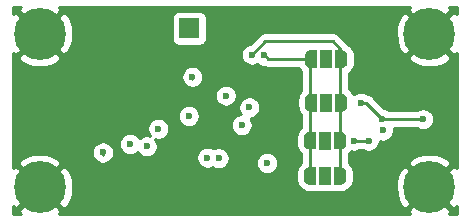
<source format=gbl>
G04 #@! TF.GenerationSoftware,KiCad,Pcbnew,(5.1.5-0)*
G04 #@! TF.CreationDate,2022-03-31T12:05:24-06:00*
G04 #@! TF.ProjectId,two-wire-single,74776f2d-7769-4726-952d-73696e676c65,rev?*
G04 #@! TF.SameCoordinates,Original*
G04 #@! TF.FileFunction,Copper,L4,Bot*
G04 #@! TF.FilePolarity,Positive*
%FSLAX46Y46*%
G04 Gerber Fmt 4.6, Leading zero omitted, Abs format (unit mm)*
G04 Created by KiCad (PCBNEW (5.1.5-0)) date 2022-03-31 12:05:24*
%MOMM*%
%LPD*%
G04 APERTURE LIST*
%ADD10R,1.700000X1.700000*%
%ADD11C,0.700000*%
%ADD12C,4.400000*%
%ADD13R,1.000000X1.500000*%
%ADD14C,0.100000*%
%ADD15C,0.600000*%
%ADD16C,0.250000*%
%ADD17C,0.254000*%
G04 APERTURE END LIST*
D10*
X115650000Y-83550000D03*
D11*
X104166726Y-82833274D03*
X103000000Y-82350000D03*
X101833274Y-82833274D03*
X101350000Y-84000000D03*
X101833274Y-85166726D03*
X103000000Y-85650000D03*
X104166726Y-85166726D03*
X104650000Y-84000000D03*
D12*
X103000000Y-84000000D03*
D11*
X137166726Y-82833274D03*
X136000000Y-82350000D03*
X134833274Y-82833274D03*
X134350000Y-84000000D03*
X134833274Y-85166726D03*
X136000000Y-85650000D03*
X137166726Y-85166726D03*
X137650000Y-84000000D03*
D12*
X136000000Y-84000000D03*
D11*
X104166726Y-95833274D03*
X103000000Y-95350000D03*
X101833274Y-95833274D03*
X101350000Y-97000000D03*
X101833274Y-98166726D03*
X103000000Y-98650000D03*
X104166726Y-98166726D03*
X104650000Y-97000000D03*
D12*
X103000000Y-97000000D03*
D11*
X137166726Y-95833274D03*
X136000000Y-95350000D03*
X134833274Y-95833274D03*
X134350000Y-97000000D03*
X134833274Y-98166726D03*
X136000000Y-98650000D03*
X137166726Y-98166726D03*
X137650000Y-97000000D03*
D12*
X136000000Y-97000000D03*
D13*
X127150000Y-96050000D03*
G04 #@! TA.AperFunction,SMDPad,CuDef*
D14*
G36*
X128450000Y-95300602D02*
G01*
X128474534Y-95300602D01*
X128523365Y-95305412D01*
X128571490Y-95314984D01*
X128618445Y-95329228D01*
X128663778Y-95348005D01*
X128707051Y-95371136D01*
X128747850Y-95398396D01*
X128785779Y-95429524D01*
X128820476Y-95464221D01*
X128851604Y-95502150D01*
X128878864Y-95542949D01*
X128901995Y-95586222D01*
X128920772Y-95631555D01*
X128935016Y-95678510D01*
X128944588Y-95726635D01*
X128949398Y-95775466D01*
X128949398Y-95800000D01*
X128950000Y-95800000D01*
X128950000Y-96300000D01*
X128949398Y-96300000D01*
X128949398Y-96324534D01*
X128944588Y-96373365D01*
X128935016Y-96421490D01*
X128920772Y-96468445D01*
X128901995Y-96513778D01*
X128878864Y-96557051D01*
X128851604Y-96597850D01*
X128820476Y-96635779D01*
X128785779Y-96670476D01*
X128747850Y-96701604D01*
X128707051Y-96728864D01*
X128663778Y-96751995D01*
X128618445Y-96770772D01*
X128571490Y-96785016D01*
X128523365Y-96794588D01*
X128474534Y-96799398D01*
X128450000Y-96799398D01*
X128450000Y-96800000D01*
X127900000Y-96800000D01*
X127900000Y-95300000D01*
X128450000Y-95300000D01*
X128450000Y-95300602D01*
G37*
G04 #@! TD.AperFunction*
G04 #@! TA.AperFunction,SMDPad,CuDef*
G36*
X126400000Y-96800000D02*
G01*
X125850000Y-96800000D01*
X125850000Y-96799398D01*
X125825466Y-96799398D01*
X125776635Y-96794588D01*
X125728510Y-96785016D01*
X125681555Y-96770772D01*
X125636222Y-96751995D01*
X125592949Y-96728864D01*
X125552150Y-96701604D01*
X125514221Y-96670476D01*
X125479524Y-96635779D01*
X125448396Y-96597850D01*
X125421136Y-96557051D01*
X125398005Y-96513778D01*
X125379228Y-96468445D01*
X125364984Y-96421490D01*
X125355412Y-96373365D01*
X125350602Y-96324534D01*
X125350602Y-96300000D01*
X125350000Y-96300000D01*
X125350000Y-95800000D01*
X125350602Y-95800000D01*
X125350602Y-95775466D01*
X125355412Y-95726635D01*
X125364984Y-95678510D01*
X125379228Y-95631555D01*
X125398005Y-95586222D01*
X125421136Y-95542949D01*
X125448396Y-95502150D01*
X125479524Y-95464221D01*
X125514221Y-95429524D01*
X125552150Y-95398396D01*
X125592949Y-95371136D01*
X125636222Y-95348005D01*
X125681555Y-95329228D01*
X125728510Y-95314984D01*
X125776635Y-95305412D01*
X125825466Y-95300602D01*
X125850000Y-95300602D01*
X125850000Y-95300000D01*
X126400000Y-95300000D01*
X126400000Y-96800000D01*
G37*
G04 #@! TD.AperFunction*
D13*
X127150000Y-93050000D03*
G04 #@! TA.AperFunction,SMDPad,CuDef*
D14*
G36*
X128450000Y-92300602D02*
G01*
X128474534Y-92300602D01*
X128523365Y-92305412D01*
X128571490Y-92314984D01*
X128618445Y-92329228D01*
X128663778Y-92348005D01*
X128707051Y-92371136D01*
X128747850Y-92398396D01*
X128785779Y-92429524D01*
X128820476Y-92464221D01*
X128851604Y-92502150D01*
X128878864Y-92542949D01*
X128901995Y-92586222D01*
X128920772Y-92631555D01*
X128935016Y-92678510D01*
X128944588Y-92726635D01*
X128949398Y-92775466D01*
X128949398Y-92800000D01*
X128950000Y-92800000D01*
X128950000Y-93300000D01*
X128949398Y-93300000D01*
X128949398Y-93324534D01*
X128944588Y-93373365D01*
X128935016Y-93421490D01*
X128920772Y-93468445D01*
X128901995Y-93513778D01*
X128878864Y-93557051D01*
X128851604Y-93597850D01*
X128820476Y-93635779D01*
X128785779Y-93670476D01*
X128747850Y-93701604D01*
X128707051Y-93728864D01*
X128663778Y-93751995D01*
X128618445Y-93770772D01*
X128571490Y-93785016D01*
X128523365Y-93794588D01*
X128474534Y-93799398D01*
X128450000Y-93799398D01*
X128450000Y-93800000D01*
X127900000Y-93800000D01*
X127900000Y-92300000D01*
X128450000Y-92300000D01*
X128450000Y-92300602D01*
G37*
G04 #@! TD.AperFunction*
G04 #@! TA.AperFunction,SMDPad,CuDef*
G36*
X126400000Y-93800000D02*
G01*
X125850000Y-93800000D01*
X125850000Y-93799398D01*
X125825466Y-93799398D01*
X125776635Y-93794588D01*
X125728510Y-93785016D01*
X125681555Y-93770772D01*
X125636222Y-93751995D01*
X125592949Y-93728864D01*
X125552150Y-93701604D01*
X125514221Y-93670476D01*
X125479524Y-93635779D01*
X125448396Y-93597850D01*
X125421136Y-93557051D01*
X125398005Y-93513778D01*
X125379228Y-93468445D01*
X125364984Y-93421490D01*
X125355412Y-93373365D01*
X125350602Y-93324534D01*
X125350602Y-93300000D01*
X125350000Y-93300000D01*
X125350000Y-92800000D01*
X125350602Y-92800000D01*
X125350602Y-92775466D01*
X125355412Y-92726635D01*
X125364984Y-92678510D01*
X125379228Y-92631555D01*
X125398005Y-92586222D01*
X125421136Y-92542949D01*
X125448396Y-92502150D01*
X125479524Y-92464221D01*
X125514221Y-92429524D01*
X125552150Y-92398396D01*
X125592949Y-92371136D01*
X125636222Y-92348005D01*
X125681555Y-92329228D01*
X125728510Y-92314984D01*
X125776635Y-92305412D01*
X125825466Y-92300602D01*
X125850000Y-92300602D01*
X125850000Y-92300000D01*
X126400000Y-92300000D01*
X126400000Y-93800000D01*
G37*
G04 #@! TD.AperFunction*
D13*
X127250000Y-89850000D03*
G04 #@! TA.AperFunction,SMDPad,CuDef*
D14*
G36*
X128550000Y-89100602D02*
G01*
X128574534Y-89100602D01*
X128623365Y-89105412D01*
X128671490Y-89114984D01*
X128718445Y-89129228D01*
X128763778Y-89148005D01*
X128807051Y-89171136D01*
X128847850Y-89198396D01*
X128885779Y-89229524D01*
X128920476Y-89264221D01*
X128951604Y-89302150D01*
X128978864Y-89342949D01*
X129001995Y-89386222D01*
X129020772Y-89431555D01*
X129035016Y-89478510D01*
X129044588Y-89526635D01*
X129049398Y-89575466D01*
X129049398Y-89600000D01*
X129050000Y-89600000D01*
X129050000Y-90100000D01*
X129049398Y-90100000D01*
X129049398Y-90124534D01*
X129044588Y-90173365D01*
X129035016Y-90221490D01*
X129020772Y-90268445D01*
X129001995Y-90313778D01*
X128978864Y-90357051D01*
X128951604Y-90397850D01*
X128920476Y-90435779D01*
X128885779Y-90470476D01*
X128847850Y-90501604D01*
X128807051Y-90528864D01*
X128763778Y-90551995D01*
X128718445Y-90570772D01*
X128671490Y-90585016D01*
X128623365Y-90594588D01*
X128574534Y-90599398D01*
X128550000Y-90599398D01*
X128550000Y-90600000D01*
X128000000Y-90600000D01*
X128000000Y-89100000D01*
X128550000Y-89100000D01*
X128550000Y-89100602D01*
G37*
G04 #@! TD.AperFunction*
G04 #@! TA.AperFunction,SMDPad,CuDef*
G36*
X126500000Y-90600000D02*
G01*
X125950000Y-90600000D01*
X125950000Y-90599398D01*
X125925466Y-90599398D01*
X125876635Y-90594588D01*
X125828510Y-90585016D01*
X125781555Y-90570772D01*
X125736222Y-90551995D01*
X125692949Y-90528864D01*
X125652150Y-90501604D01*
X125614221Y-90470476D01*
X125579524Y-90435779D01*
X125548396Y-90397850D01*
X125521136Y-90357051D01*
X125498005Y-90313778D01*
X125479228Y-90268445D01*
X125464984Y-90221490D01*
X125455412Y-90173365D01*
X125450602Y-90124534D01*
X125450602Y-90100000D01*
X125450000Y-90100000D01*
X125450000Y-89600000D01*
X125450602Y-89600000D01*
X125450602Y-89575466D01*
X125455412Y-89526635D01*
X125464984Y-89478510D01*
X125479228Y-89431555D01*
X125498005Y-89386222D01*
X125521136Y-89342949D01*
X125548396Y-89302150D01*
X125579524Y-89264221D01*
X125614221Y-89229524D01*
X125652150Y-89198396D01*
X125692949Y-89171136D01*
X125736222Y-89148005D01*
X125781555Y-89129228D01*
X125828510Y-89114984D01*
X125876635Y-89105412D01*
X125925466Y-89100602D01*
X125950000Y-89100602D01*
X125950000Y-89100000D01*
X126500000Y-89100000D01*
X126500000Y-90600000D01*
G37*
G04 #@! TD.AperFunction*
D13*
X127250000Y-86150000D03*
G04 #@! TA.AperFunction,SMDPad,CuDef*
D14*
G36*
X128550000Y-85400602D02*
G01*
X128574534Y-85400602D01*
X128623365Y-85405412D01*
X128671490Y-85414984D01*
X128718445Y-85429228D01*
X128763778Y-85448005D01*
X128807051Y-85471136D01*
X128847850Y-85498396D01*
X128885779Y-85529524D01*
X128920476Y-85564221D01*
X128951604Y-85602150D01*
X128978864Y-85642949D01*
X129001995Y-85686222D01*
X129020772Y-85731555D01*
X129035016Y-85778510D01*
X129044588Y-85826635D01*
X129049398Y-85875466D01*
X129049398Y-85900000D01*
X129050000Y-85900000D01*
X129050000Y-86400000D01*
X129049398Y-86400000D01*
X129049398Y-86424534D01*
X129044588Y-86473365D01*
X129035016Y-86521490D01*
X129020772Y-86568445D01*
X129001995Y-86613778D01*
X128978864Y-86657051D01*
X128951604Y-86697850D01*
X128920476Y-86735779D01*
X128885779Y-86770476D01*
X128847850Y-86801604D01*
X128807051Y-86828864D01*
X128763778Y-86851995D01*
X128718445Y-86870772D01*
X128671490Y-86885016D01*
X128623365Y-86894588D01*
X128574534Y-86899398D01*
X128550000Y-86899398D01*
X128550000Y-86900000D01*
X128000000Y-86900000D01*
X128000000Y-85400000D01*
X128550000Y-85400000D01*
X128550000Y-85400602D01*
G37*
G04 #@! TD.AperFunction*
G04 #@! TA.AperFunction,SMDPad,CuDef*
G36*
X126500000Y-86900000D02*
G01*
X125950000Y-86900000D01*
X125950000Y-86899398D01*
X125925466Y-86899398D01*
X125876635Y-86894588D01*
X125828510Y-86885016D01*
X125781555Y-86870772D01*
X125736222Y-86851995D01*
X125692949Y-86828864D01*
X125652150Y-86801604D01*
X125614221Y-86770476D01*
X125579524Y-86735779D01*
X125548396Y-86697850D01*
X125521136Y-86657051D01*
X125498005Y-86613778D01*
X125479228Y-86568445D01*
X125464984Y-86521490D01*
X125455412Y-86473365D01*
X125450602Y-86424534D01*
X125450602Y-86400000D01*
X125450000Y-86400000D01*
X125450000Y-85900000D01*
X125450602Y-85900000D01*
X125450602Y-85875466D01*
X125455412Y-85826635D01*
X125464984Y-85778510D01*
X125479228Y-85731555D01*
X125498005Y-85686222D01*
X125521136Y-85642949D01*
X125548396Y-85602150D01*
X125579524Y-85564221D01*
X125614221Y-85529524D01*
X125652150Y-85498396D01*
X125692949Y-85471136D01*
X125736222Y-85448005D01*
X125781555Y-85429228D01*
X125828510Y-85414984D01*
X125876635Y-85405412D01*
X125925466Y-85400602D01*
X125950000Y-85400602D01*
X125950000Y-85400000D01*
X126500000Y-85400000D01*
X126500000Y-86900000D01*
G37*
G04 #@! TD.AperFunction*
D15*
X122250000Y-94950000D03*
X118750000Y-89250000D03*
X120750000Y-90250000D03*
X112050000Y-93550000D03*
X113050000Y-92050000D03*
X127250000Y-86150000D03*
X132050000Y-92200000D03*
X118150000Y-94550000D03*
X108350000Y-94050000D03*
X117201808Y-94501808D03*
X110650000Y-93350000D03*
X127250000Y-89850000D03*
X135450000Y-91250000D03*
X132000000Y-91200000D03*
X130200000Y-89850000D03*
X115625000Y-90975000D03*
X115925000Y-87650000D03*
X120968090Y-85773551D03*
X121950000Y-85850000D03*
X120100000Y-91750000D03*
X127150000Y-96050000D03*
X127150000Y-93050000D03*
X130850010Y-93050000D03*
X129600010Y-93050000D03*
D16*
X108350000Y-94250000D02*
X108350000Y-94050000D01*
X132050000Y-91250000D02*
X132000000Y-91200000D01*
X135450000Y-91250000D02*
X132050000Y-91250000D01*
X130650000Y-89850000D02*
X132000000Y-91200000D01*
X130200000Y-89850000D02*
X130650000Y-89850000D01*
X115925000Y-87850000D02*
X115925000Y-87650000D01*
X120968090Y-85773551D02*
X122091641Y-84650000D01*
X128450000Y-95302408D02*
X128450000Y-96050000D01*
X128450000Y-85302408D02*
X128450000Y-95302408D01*
X127797592Y-84650000D02*
X128450000Y-85302408D01*
X122091641Y-84650000D02*
X127797592Y-84650000D01*
X125850000Y-86250000D02*
X125950000Y-86150000D01*
X125850000Y-96050000D02*
X125850000Y-86250000D01*
X125950000Y-86150000D02*
X122350000Y-86150000D01*
X122050000Y-85850000D02*
X121950000Y-85850000D01*
X122350000Y-86150000D02*
X122050000Y-85850000D01*
X130850010Y-93050000D02*
X129600010Y-93050000D01*
D17*
G36*
X101189830Y-82010225D02*
G01*
X103000000Y-83820395D01*
X104810170Y-82010225D01*
X104623988Y-81710000D01*
X134376012Y-81710000D01*
X134189830Y-82010225D01*
X136000000Y-83820395D01*
X137810170Y-82010225D01*
X137623988Y-81710000D01*
X138290000Y-81710000D01*
X138290000Y-82376012D01*
X137989775Y-82189830D01*
X136179605Y-84000000D01*
X137989775Y-85810170D01*
X138290000Y-85623987D01*
X138290001Y-95376013D01*
X137989775Y-95189830D01*
X136179605Y-97000000D01*
X137989775Y-98810170D01*
X138290001Y-98623987D01*
X138290001Y-99290000D01*
X137623988Y-99290000D01*
X137810170Y-98989775D01*
X136000000Y-97179605D01*
X134189830Y-98989775D01*
X134376012Y-99290000D01*
X104623988Y-99290000D01*
X104810170Y-98989775D01*
X103000000Y-97179605D01*
X101189830Y-98989775D01*
X101376012Y-99290000D01*
X100710000Y-99290000D01*
X100710000Y-98623988D01*
X101010225Y-98810170D01*
X102820395Y-97000000D01*
X103179605Y-97000000D01*
X104989775Y-98810170D01*
X105377018Y-98570024D01*
X105637641Y-98076123D01*
X105796901Y-97540867D01*
X105848678Y-96984826D01*
X105790981Y-96429368D01*
X105626028Y-95895839D01*
X105377018Y-95429976D01*
X104989775Y-95189830D01*
X103179605Y-97000000D01*
X102820395Y-97000000D01*
X101010225Y-95189830D01*
X100710000Y-95376012D01*
X100710000Y-95010225D01*
X101189830Y-95010225D01*
X103000000Y-96820395D01*
X104810170Y-95010225D01*
X104570024Y-94622982D01*
X104076123Y-94362359D01*
X103540867Y-94203099D01*
X102984826Y-94151322D01*
X102429368Y-94209019D01*
X101895839Y-94373972D01*
X101429976Y-94622982D01*
X101189830Y-95010225D01*
X100710000Y-95010225D01*
X100710000Y-93957911D01*
X107415000Y-93957911D01*
X107415000Y-94142089D01*
X107450932Y-94322729D01*
X107521414Y-94492889D01*
X107623738Y-94646028D01*
X107753972Y-94776262D01*
X107907111Y-94878586D01*
X107936710Y-94890846D01*
X108057753Y-94955546D01*
X108201014Y-94999003D01*
X108350000Y-95013677D01*
X108498985Y-94999003D01*
X108642246Y-94955546D01*
X108763286Y-94890848D01*
X108792889Y-94878586D01*
X108946028Y-94776262D01*
X109076262Y-94646028D01*
X109178586Y-94492889D01*
X109249068Y-94322729D01*
X109285000Y-94142089D01*
X109285000Y-93957911D01*
X109249068Y-93777271D01*
X109178586Y-93607111D01*
X109076262Y-93453972D01*
X108946028Y-93323738D01*
X108847511Y-93257911D01*
X109715000Y-93257911D01*
X109715000Y-93442089D01*
X109750932Y-93622729D01*
X109821414Y-93792889D01*
X109923738Y-93946028D01*
X110053972Y-94076262D01*
X110207111Y-94178586D01*
X110377271Y-94249068D01*
X110557911Y-94285000D01*
X110742089Y-94285000D01*
X110922729Y-94249068D01*
X111092889Y-94178586D01*
X111246028Y-94076262D01*
X111264667Y-94057623D01*
X111323738Y-94146028D01*
X111453972Y-94276262D01*
X111607111Y-94378586D01*
X111777271Y-94449068D01*
X111957911Y-94485000D01*
X112142089Y-94485000D01*
X112322729Y-94449068D01*
X112417726Y-94409719D01*
X116266808Y-94409719D01*
X116266808Y-94593897D01*
X116302740Y-94774537D01*
X116373222Y-94944697D01*
X116475546Y-95097836D01*
X116605780Y-95228070D01*
X116758919Y-95330394D01*
X116929079Y-95400876D01*
X117109719Y-95436808D01*
X117293897Y-95436808D01*
X117474537Y-95400876D01*
X117638702Y-95332877D01*
X117707111Y-95378586D01*
X117877271Y-95449068D01*
X118057911Y-95485000D01*
X118242089Y-95485000D01*
X118422729Y-95449068D01*
X118592889Y-95378586D01*
X118746028Y-95276262D01*
X118876262Y-95146028D01*
X118978586Y-94992889D01*
X119034495Y-94857911D01*
X121315000Y-94857911D01*
X121315000Y-95042089D01*
X121350932Y-95222729D01*
X121421414Y-95392889D01*
X121523738Y-95546028D01*
X121653972Y-95676262D01*
X121807111Y-95778586D01*
X121977271Y-95849068D01*
X122157911Y-95885000D01*
X122342089Y-95885000D01*
X122522729Y-95849068D01*
X122692889Y-95778586D01*
X122846028Y-95676262D01*
X122976262Y-95546028D01*
X123078586Y-95392889D01*
X123149068Y-95222729D01*
X123185000Y-95042089D01*
X123185000Y-94857911D01*
X123149068Y-94677271D01*
X123078586Y-94507111D01*
X122976262Y-94353972D01*
X122846028Y-94223738D01*
X122692889Y-94121414D01*
X122522729Y-94050932D01*
X122342089Y-94015000D01*
X122157911Y-94015000D01*
X121977271Y-94050932D01*
X121807111Y-94121414D01*
X121653972Y-94223738D01*
X121523738Y-94353972D01*
X121421414Y-94507111D01*
X121350932Y-94677271D01*
X121315000Y-94857911D01*
X119034495Y-94857911D01*
X119049068Y-94822729D01*
X119085000Y-94642089D01*
X119085000Y-94457911D01*
X119049068Y-94277271D01*
X118978586Y-94107111D01*
X118876262Y-93953972D01*
X118746028Y-93823738D01*
X118592889Y-93721414D01*
X118422729Y-93650932D01*
X118242089Y-93615000D01*
X118057911Y-93615000D01*
X117877271Y-93650932D01*
X117713106Y-93718931D01*
X117644697Y-93673222D01*
X117474537Y-93602740D01*
X117293897Y-93566808D01*
X117109719Y-93566808D01*
X116929079Y-93602740D01*
X116758919Y-93673222D01*
X116605780Y-93775546D01*
X116475546Y-93905780D01*
X116373222Y-94058919D01*
X116302740Y-94229079D01*
X116266808Y-94409719D01*
X112417726Y-94409719D01*
X112492889Y-94378586D01*
X112646028Y-94276262D01*
X112776262Y-94146028D01*
X112878586Y-93992889D01*
X112949068Y-93822729D01*
X112985000Y-93642089D01*
X112985000Y-93457911D01*
X112949068Y-93277271D01*
X112878586Y-93107111D01*
X112776262Y-92953972D01*
X112767177Y-92944887D01*
X112777271Y-92949068D01*
X112957911Y-92985000D01*
X113142089Y-92985000D01*
X113322729Y-92949068D01*
X113492889Y-92878586D01*
X113646028Y-92776262D01*
X113776262Y-92646028D01*
X113878586Y-92492889D01*
X113949068Y-92322729D01*
X113985000Y-92142089D01*
X113985000Y-91957911D01*
X113949068Y-91777271D01*
X113878586Y-91607111D01*
X113776262Y-91453972D01*
X113646028Y-91323738D01*
X113492889Y-91221414D01*
X113322729Y-91150932D01*
X113142089Y-91115000D01*
X112957911Y-91115000D01*
X112777271Y-91150932D01*
X112607111Y-91221414D01*
X112453972Y-91323738D01*
X112323738Y-91453972D01*
X112221414Y-91607111D01*
X112150932Y-91777271D01*
X112115000Y-91957911D01*
X112115000Y-92142089D01*
X112150932Y-92322729D01*
X112221414Y-92492889D01*
X112323738Y-92646028D01*
X112332823Y-92655113D01*
X112322729Y-92650932D01*
X112142089Y-92615000D01*
X111957911Y-92615000D01*
X111777271Y-92650932D01*
X111607111Y-92721414D01*
X111453972Y-92823738D01*
X111435333Y-92842377D01*
X111376262Y-92753972D01*
X111246028Y-92623738D01*
X111092889Y-92521414D01*
X110922729Y-92450932D01*
X110742089Y-92415000D01*
X110557911Y-92415000D01*
X110377271Y-92450932D01*
X110207111Y-92521414D01*
X110053972Y-92623738D01*
X109923738Y-92753972D01*
X109821414Y-92907111D01*
X109750932Y-93077271D01*
X109715000Y-93257911D01*
X108847511Y-93257911D01*
X108792889Y-93221414D01*
X108622729Y-93150932D01*
X108442089Y-93115000D01*
X108257911Y-93115000D01*
X108077271Y-93150932D01*
X107907111Y-93221414D01*
X107753972Y-93323738D01*
X107623738Y-93453972D01*
X107521414Y-93607111D01*
X107450932Y-93777271D01*
X107415000Y-93957911D01*
X100710000Y-93957911D01*
X100710000Y-90882911D01*
X114690000Y-90882911D01*
X114690000Y-91067089D01*
X114725932Y-91247729D01*
X114796414Y-91417889D01*
X114898738Y-91571028D01*
X115028972Y-91701262D01*
X115182111Y-91803586D01*
X115352271Y-91874068D01*
X115532911Y-91910000D01*
X115717089Y-91910000D01*
X115897729Y-91874068D01*
X116067889Y-91803586D01*
X116221028Y-91701262D01*
X116264379Y-91657911D01*
X119165000Y-91657911D01*
X119165000Y-91842089D01*
X119200932Y-92022729D01*
X119271414Y-92192889D01*
X119373738Y-92346028D01*
X119503972Y-92476262D01*
X119657111Y-92578586D01*
X119827271Y-92649068D01*
X120007911Y-92685000D01*
X120192089Y-92685000D01*
X120372729Y-92649068D01*
X120542889Y-92578586D01*
X120696028Y-92476262D01*
X120826262Y-92346028D01*
X120928586Y-92192889D01*
X120999068Y-92022729D01*
X121035000Y-91842089D01*
X121035000Y-91657911D01*
X120999068Y-91477271D01*
X120928586Y-91307111D01*
X120846419Y-91184139D01*
X121022729Y-91149068D01*
X121192889Y-91078586D01*
X121346028Y-90976262D01*
X121476262Y-90846028D01*
X121578586Y-90692889D01*
X121649068Y-90522729D01*
X121685000Y-90342089D01*
X121685000Y-90157911D01*
X121649068Y-89977271D01*
X121578586Y-89807111D01*
X121476262Y-89653972D01*
X121346028Y-89523738D01*
X121192889Y-89421414D01*
X121022729Y-89350932D01*
X120842089Y-89315000D01*
X120657911Y-89315000D01*
X120477271Y-89350932D01*
X120307111Y-89421414D01*
X120153972Y-89523738D01*
X120023738Y-89653972D01*
X119921414Y-89807111D01*
X119850932Y-89977271D01*
X119815000Y-90157911D01*
X119815000Y-90342089D01*
X119850932Y-90522729D01*
X119921414Y-90692889D01*
X120003581Y-90815861D01*
X119827271Y-90850932D01*
X119657111Y-90921414D01*
X119503972Y-91023738D01*
X119373738Y-91153972D01*
X119271414Y-91307111D01*
X119200932Y-91477271D01*
X119165000Y-91657911D01*
X116264379Y-91657911D01*
X116351262Y-91571028D01*
X116453586Y-91417889D01*
X116524068Y-91247729D01*
X116560000Y-91067089D01*
X116560000Y-90882911D01*
X116524068Y-90702271D01*
X116453586Y-90532111D01*
X116351262Y-90378972D01*
X116221028Y-90248738D01*
X116067889Y-90146414D01*
X115897729Y-90075932D01*
X115717089Y-90040000D01*
X115532911Y-90040000D01*
X115352271Y-90075932D01*
X115182111Y-90146414D01*
X115028972Y-90248738D01*
X114898738Y-90378972D01*
X114796414Y-90532111D01*
X114725932Y-90702271D01*
X114690000Y-90882911D01*
X100710000Y-90882911D01*
X100710000Y-89157911D01*
X117815000Y-89157911D01*
X117815000Y-89342089D01*
X117850932Y-89522729D01*
X117921414Y-89692889D01*
X118023738Y-89846028D01*
X118153972Y-89976262D01*
X118307111Y-90078586D01*
X118477271Y-90149068D01*
X118657911Y-90185000D01*
X118842089Y-90185000D01*
X119022729Y-90149068D01*
X119192889Y-90078586D01*
X119346028Y-89976262D01*
X119476262Y-89846028D01*
X119578586Y-89692889D01*
X119649068Y-89522729D01*
X119685000Y-89342089D01*
X119685000Y-89157911D01*
X119649068Y-88977271D01*
X119578586Y-88807111D01*
X119476262Y-88653972D01*
X119346028Y-88523738D01*
X119192889Y-88421414D01*
X119022729Y-88350932D01*
X118842089Y-88315000D01*
X118657911Y-88315000D01*
X118477271Y-88350932D01*
X118307111Y-88421414D01*
X118153972Y-88523738D01*
X118023738Y-88653972D01*
X117921414Y-88807111D01*
X117850932Y-88977271D01*
X117815000Y-89157911D01*
X100710000Y-89157911D01*
X100710000Y-87557911D01*
X114990000Y-87557911D01*
X114990000Y-87742089D01*
X115025932Y-87922729D01*
X115096414Y-88092889D01*
X115198738Y-88246028D01*
X115328972Y-88376262D01*
X115482111Y-88478586D01*
X115511710Y-88490846D01*
X115632753Y-88555546D01*
X115776014Y-88599003D01*
X115925000Y-88613677D01*
X116073985Y-88599003D01*
X116217246Y-88555546D01*
X116338286Y-88490848D01*
X116367889Y-88478586D01*
X116521028Y-88376262D01*
X116651262Y-88246028D01*
X116753586Y-88092889D01*
X116824068Y-87922729D01*
X116860000Y-87742089D01*
X116860000Y-87557911D01*
X116824068Y-87377271D01*
X116753586Y-87207111D01*
X116651262Y-87053972D01*
X116521028Y-86923738D01*
X116367889Y-86821414D01*
X116197729Y-86750932D01*
X116017089Y-86715000D01*
X115832911Y-86715000D01*
X115652271Y-86750932D01*
X115482111Y-86821414D01*
X115328972Y-86923738D01*
X115198738Y-87053972D01*
X115096414Y-87207111D01*
X115025932Y-87377271D01*
X114990000Y-87557911D01*
X100710000Y-87557911D01*
X100710000Y-85989775D01*
X101189830Y-85989775D01*
X101429976Y-86377018D01*
X101923877Y-86637641D01*
X102459133Y-86796901D01*
X103015174Y-86848678D01*
X103570632Y-86790981D01*
X104104161Y-86626028D01*
X104570024Y-86377018D01*
X104810170Y-85989775D01*
X103000000Y-84179605D01*
X101189830Y-85989775D01*
X100710000Y-85989775D01*
X100710000Y-85623988D01*
X101010225Y-85810170D01*
X102820395Y-84000000D01*
X103179605Y-84000000D01*
X104989775Y-85810170D01*
X105197320Y-85681462D01*
X120033090Y-85681462D01*
X120033090Y-85865640D01*
X120069022Y-86046280D01*
X120139504Y-86216440D01*
X120241828Y-86369579D01*
X120372062Y-86499813D01*
X120525201Y-86602137D01*
X120695361Y-86672619D01*
X120876001Y-86708551D01*
X121060179Y-86708551D01*
X121240819Y-86672619D01*
X121399693Y-86606812D01*
X121507111Y-86678586D01*
X121677271Y-86749068D01*
X121857911Y-86785000D01*
X121925773Y-86785000D01*
X122057753Y-86855546D01*
X122201014Y-86899003D01*
X122312667Y-86910000D01*
X122312676Y-86910000D01*
X122349999Y-86913676D01*
X122387322Y-86910000D01*
X124935638Y-86910000D01*
X124978502Y-86990192D01*
X125032958Y-87071691D01*
X125090001Y-87141198D01*
X125090001Y-88858802D01*
X125032958Y-88928309D01*
X124978502Y-89009808D01*
X124919536Y-89120125D01*
X124882027Y-89210681D01*
X124845718Y-89330377D01*
X124826596Y-89426510D01*
X124814336Y-89550991D01*
X124814336Y-89575550D01*
X124811928Y-89600000D01*
X124811928Y-90100000D01*
X124814336Y-90124450D01*
X124814336Y-90149009D01*
X124826596Y-90273490D01*
X124845718Y-90369623D01*
X124882027Y-90489319D01*
X124919536Y-90579875D01*
X124978502Y-90690192D01*
X125032958Y-90771691D01*
X125090001Y-90841198D01*
X125090000Y-91955431D01*
X125081618Y-91962310D01*
X125012310Y-92031618D01*
X124932958Y-92128309D01*
X124878502Y-92209808D01*
X124819536Y-92320125D01*
X124782027Y-92410681D01*
X124745718Y-92530377D01*
X124726596Y-92626510D01*
X124714336Y-92750991D01*
X124714336Y-92775550D01*
X124711928Y-92800000D01*
X124711928Y-93300000D01*
X124714336Y-93324450D01*
X124714336Y-93349009D01*
X124726596Y-93473490D01*
X124745718Y-93569623D01*
X124782027Y-93689319D01*
X124819536Y-93779875D01*
X124878502Y-93890192D01*
X124932958Y-93971691D01*
X125012310Y-94068382D01*
X125081618Y-94137690D01*
X125090000Y-94144569D01*
X125090000Y-94955431D01*
X125081618Y-94962310D01*
X125012310Y-95031618D01*
X124932958Y-95128309D01*
X124878502Y-95209808D01*
X124819536Y-95320125D01*
X124782027Y-95410681D01*
X124745718Y-95530377D01*
X124726596Y-95626510D01*
X124714336Y-95750991D01*
X124714336Y-95775550D01*
X124711928Y-95800000D01*
X124711928Y-96300000D01*
X124714336Y-96324450D01*
X124714336Y-96349009D01*
X124726596Y-96473490D01*
X124745718Y-96569623D01*
X124782027Y-96689319D01*
X124819536Y-96779875D01*
X124878502Y-96890192D01*
X124932958Y-96971691D01*
X125012310Y-97068382D01*
X125081618Y-97137690D01*
X125178309Y-97217042D01*
X125259808Y-97271498D01*
X125370125Y-97330464D01*
X125460681Y-97367973D01*
X125580377Y-97404282D01*
X125676510Y-97423404D01*
X125800991Y-97435664D01*
X125825550Y-97435664D01*
X125850000Y-97438072D01*
X126400000Y-97438072D01*
X126524482Y-97425812D01*
X126525000Y-97425655D01*
X126525518Y-97425812D01*
X126650000Y-97438072D01*
X127650000Y-97438072D01*
X127774482Y-97425812D01*
X127775000Y-97425655D01*
X127775518Y-97425812D01*
X127900000Y-97438072D01*
X128450000Y-97438072D01*
X128474450Y-97435664D01*
X128499009Y-97435664D01*
X128623490Y-97423404D01*
X128719623Y-97404282D01*
X128839319Y-97367973D01*
X128929875Y-97330464D01*
X129040192Y-97271498D01*
X129121691Y-97217042D01*
X129218382Y-97137690D01*
X129287690Y-97068382D01*
X129331356Y-97015174D01*
X133151322Y-97015174D01*
X133209019Y-97570632D01*
X133373972Y-98104161D01*
X133622982Y-98570024D01*
X134010225Y-98810170D01*
X135820395Y-97000000D01*
X134010225Y-95189830D01*
X133622982Y-95429976D01*
X133362359Y-95923877D01*
X133203099Y-96459133D01*
X133151322Y-97015174D01*
X129331356Y-97015174D01*
X129367042Y-96971691D01*
X129421498Y-96890192D01*
X129480464Y-96779875D01*
X129517973Y-96689319D01*
X129554282Y-96569623D01*
X129573404Y-96473490D01*
X129585664Y-96349009D01*
X129585664Y-96324450D01*
X129588072Y-96300000D01*
X129588072Y-95800000D01*
X129585664Y-95775550D01*
X129585664Y-95750991D01*
X129573404Y-95626510D01*
X129554282Y-95530377D01*
X129517973Y-95410681D01*
X129480464Y-95320125D01*
X129421498Y-95209808D01*
X129367042Y-95128309D01*
X129287690Y-95031618D01*
X129266297Y-95010225D01*
X134189830Y-95010225D01*
X136000000Y-96820395D01*
X137810170Y-95010225D01*
X137570024Y-94622982D01*
X137076123Y-94362359D01*
X136540867Y-94203099D01*
X135984826Y-94151322D01*
X135429368Y-94209019D01*
X134895839Y-94373972D01*
X134429976Y-94622982D01*
X134189830Y-95010225D01*
X129266297Y-95010225D01*
X129218382Y-94962310D01*
X129210000Y-94955431D01*
X129210000Y-94144569D01*
X129218382Y-94137690D01*
X129287690Y-94068382D01*
X129367042Y-93971691D01*
X129375720Y-93958703D01*
X129507921Y-93985000D01*
X129692099Y-93985000D01*
X129872739Y-93949068D01*
X130042899Y-93878586D01*
X130145545Y-93810000D01*
X130304475Y-93810000D01*
X130407121Y-93878586D01*
X130577281Y-93949068D01*
X130757921Y-93985000D01*
X130942099Y-93985000D01*
X131122739Y-93949068D01*
X131292899Y-93878586D01*
X131446038Y-93776262D01*
X131576272Y-93646028D01*
X131678596Y-93492889D01*
X131749078Y-93322729D01*
X131785010Y-93142089D01*
X131785010Y-93100607D01*
X131957911Y-93135000D01*
X132142089Y-93135000D01*
X132322729Y-93099068D01*
X132492889Y-93028586D01*
X132646028Y-92926262D01*
X132776262Y-92796028D01*
X132878586Y-92642889D01*
X132949068Y-92472729D01*
X132985000Y-92292089D01*
X132985000Y-92107911D01*
X132965524Y-92010000D01*
X134904465Y-92010000D01*
X135007111Y-92078586D01*
X135177271Y-92149068D01*
X135357911Y-92185000D01*
X135542089Y-92185000D01*
X135722729Y-92149068D01*
X135892889Y-92078586D01*
X136046028Y-91976262D01*
X136176262Y-91846028D01*
X136278586Y-91692889D01*
X136349068Y-91522729D01*
X136385000Y-91342089D01*
X136385000Y-91157911D01*
X136349068Y-90977271D01*
X136278586Y-90807111D01*
X136176262Y-90653972D01*
X136046028Y-90523738D01*
X135892889Y-90421414D01*
X135722729Y-90350932D01*
X135542089Y-90315000D01*
X135357911Y-90315000D01*
X135177271Y-90350932D01*
X135007111Y-90421414D01*
X134904465Y-90490000D01*
X132612290Y-90490000D01*
X132596028Y-90473738D01*
X132442889Y-90371414D01*
X132272729Y-90300932D01*
X132151649Y-90276847D01*
X131213804Y-89339003D01*
X131190001Y-89309999D01*
X131074276Y-89215026D01*
X130942247Y-89144454D01*
X130798986Y-89100997D01*
X130755598Y-89096724D01*
X130642889Y-89021414D01*
X130472729Y-88950932D01*
X130292089Y-88915000D01*
X130107911Y-88915000D01*
X129927271Y-88950932D01*
X129757111Y-89021414D01*
X129603972Y-89123738D01*
X129588407Y-89139303D01*
X129580464Y-89120125D01*
X129521498Y-89009808D01*
X129467042Y-88928309D01*
X129387690Y-88831618D01*
X129318382Y-88762310D01*
X129221691Y-88682958D01*
X129210000Y-88675146D01*
X129210000Y-87324854D01*
X129221691Y-87317042D01*
X129318382Y-87237690D01*
X129387690Y-87168382D01*
X129467042Y-87071691D01*
X129521498Y-86990192D01*
X129580464Y-86879875D01*
X129617973Y-86789319D01*
X129654282Y-86669623D01*
X129673404Y-86573490D01*
X129685664Y-86449009D01*
X129685664Y-86424450D01*
X129688072Y-86400000D01*
X129688072Y-85989775D01*
X134189830Y-85989775D01*
X134429976Y-86377018D01*
X134923877Y-86637641D01*
X135459133Y-86796901D01*
X136015174Y-86848678D01*
X136570632Y-86790981D01*
X137104161Y-86626028D01*
X137570024Y-86377018D01*
X137810170Y-85989775D01*
X136000000Y-84179605D01*
X134189830Y-85989775D01*
X129688072Y-85989775D01*
X129688072Y-85900000D01*
X129685664Y-85875550D01*
X129685664Y-85850991D01*
X129673404Y-85726510D01*
X129654282Y-85630377D01*
X129617973Y-85510681D01*
X129580464Y-85420125D01*
X129521498Y-85309808D01*
X129467042Y-85228309D01*
X129387690Y-85131618D01*
X129318382Y-85062310D01*
X129221691Y-84982958D01*
X129140192Y-84928502D01*
X129100580Y-84907329D01*
X129084974Y-84878132D01*
X128990001Y-84762407D01*
X128961004Y-84738610D01*
X128361395Y-84139002D01*
X128337593Y-84109999D01*
X128222049Y-84015174D01*
X133151322Y-84015174D01*
X133209019Y-84570632D01*
X133373972Y-85104161D01*
X133622982Y-85570024D01*
X134010225Y-85810170D01*
X135820395Y-84000000D01*
X134010225Y-82189830D01*
X133622982Y-82429976D01*
X133362359Y-82923877D01*
X133203099Y-83459133D01*
X133151322Y-84015174D01*
X128222049Y-84015174D01*
X128221868Y-84015026D01*
X128089839Y-83944454D01*
X127946578Y-83900997D01*
X127834925Y-83890000D01*
X127834914Y-83890000D01*
X127797592Y-83886324D01*
X127760270Y-83890000D01*
X122128963Y-83890000D01*
X122091640Y-83886324D01*
X122054317Y-83890000D01*
X122054308Y-83890000D01*
X121942655Y-83900997D01*
X121799394Y-83944454D01*
X121667364Y-84015026D01*
X121583724Y-84083668D01*
X121551640Y-84109999D01*
X121527842Y-84138997D01*
X120816441Y-84850398D01*
X120695361Y-84874483D01*
X120525201Y-84944965D01*
X120372062Y-85047289D01*
X120241828Y-85177523D01*
X120139504Y-85330662D01*
X120069022Y-85500822D01*
X120033090Y-85681462D01*
X105197320Y-85681462D01*
X105377018Y-85570024D01*
X105637641Y-85076123D01*
X105796901Y-84540867D01*
X105848678Y-83984826D01*
X105790981Y-83429368D01*
X105626028Y-82895839D01*
X105521350Y-82700000D01*
X114161928Y-82700000D01*
X114161928Y-84400000D01*
X114174188Y-84524482D01*
X114210498Y-84644180D01*
X114269463Y-84754494D01*
X114348815Y-84851185D01*
X114445506Y-84930537D01*
X114555820Y-84989502D01*
X114675518Y-85025812D01*
X114800000Y-85038072D01*
X116500000Y-85038072D01*
X116624482Y-85025812D01*
X116744180Y-84989502D01*
X116854494Y-84930537D01*
X116951185Y-84851185D01*
X117030537Y-84754494D01*
X117089502Y-84644180D01*
X117125812Y-84524482D01*
X117138072Y-84400000D01*
X117138072Y-82700000D01*
X117125812Y-82575518D01*
X117089502Y-82455820D01*
X117030537Y-82345506D01*
X116951185Y-82248815D01*
X116854494Y-82169463D01*
X116744180Y-82110498D01*
X116624482Y-82074188D01*
X116500000Y-82061928D01*
X114800000Y-82061928D01*
X114675518Y-82074188D01*
X114555820Y-82110498D01*
X114445506Y-82169463D01*
X114348815Y-82248815D01*
X114269463Y-82345506D01*
X114210498Y-82455820D01*
X114174188Y-82575518D01*
X114161928Y-82700000D01*
X105521350Y-82700000D01*
X105377018Y-82429976D01*
X104989775Y-82189830D01*
X103179605Y-84000000D01*
X102820395Y-84000000D01*
X101010225Y-82189830D01*
X100710000Y-82376012D01*
X100710000Y-81710000D01*
X101376012Y-81710000D01*
X101189830Y-82010225D01*
G37*
X101189830Y-82010225D02*
X103000000Y-83820395D01*
X104810170Y-82010225D01*
X104623988Y-81710000D01*
X134376012Y-81710000D01*
X134189830Y-82010225D01*
X136000000Y-83820395D01*
X137810170Y-82010225D01*
X137623988Y-81710000D01*
X138290000Y-81710000D01*
X138290000Y-82376012D01*
X137989775Y-82189830D01*
X136179605Y-84000000D01*
X137989775Y-85810170D01*
X138290000Y-85623987D01*
X138290001Y-95376013D01*
X137989775Y-95189830D01*
X136179605Y-97000000D01*
X137989775Y-98810170D01*
X138290001Y-98623987D01*
X138290001Y-99290000D01*
X137623988Y-99290000D01*
X137810170Y-98989775D01*
X136000000Y-97179605D01*
X134189830Y-98989775D01*
X134376012Y-99290000D01*
X104623988Y-99290000D01*
X104810170Y-98989775D01*
X103000000Y-97179605D01*
X101189830Y-98989775D01*
X101376012Y-99290000D01*
X100710000Y-99290000D01*
X100710000Y-98623988D01*
X101010225Y-98810170D01*
X102820395Y-97000000D01*
X103179605Y-97000000D01*
X104989775Y-98810170D01*
X105377018Y-98570024D01*
X105637641Y-98076123D01*
X105796901Y-97540867D01*
X105848678Y-96984826D01*
X105790981Y-96429368D01*
X105626028Y-95895839D01*
X105377018Y-95429976D01*
X104989775Y-95189830D01*
X103179605Y-97000000D01*
X102820395Y-97000000D01*
X101010225Y-95189830D01*
X100710000Y-95376012D01*
X100710000Y-95010225D01*
X101189830Y-95010225D01*
X103000000Y-96820395D01*
X104810170Y-95010225D01*
X104570024Y-94622982D01*
X104076123Y-94362359D01*
X103540867Y-94203099D01*
X102984826Y-94151322D01*
X102429368Y-94209019D01*
X101895839Y-94373972D01*
X101429976Y-94622982D01*
X101189830Y-95010225D01*
X100710000Y-95010225D01*
X100710000Y-93957911D01*
X107415000Y-93957911D01*
X107415000Y-94142089D01*
X107450932Y-94322729D01*
X107521414Y-94492889D01*
X107623738Y-94646028D01*
X107753972Y-94776262D01*
X107907111Y-94878586D01*
X107936710Y-94890846D01*
X108057753Y-94955546D01*
X108201014Y-94999003D01*
X108350000Y-95013677D01*
X108498985Y-94999003D01*
X108642246Y-94955546D01*
X108763286Y-94890848D01*
X108792889Y-94878586D01*
X108946028Y-94776262D01*
X109076262Y-94646028D01*
X109178586Y-94492889D01*
X109249068Y-94322729D01*
X109285000Y-94142089D01*
X109285000Y-93957911D01*
X109249068Y-93777271D01*
X109178586Y-93607111D01*
X109076262Y-93453972D01*
X108946028Y-93323738D01*
X108847511Y-93257911D01*
X109715000Y-93257911D01*
X109715000Y-93442089D01*
X109750932Y-93622729D01*
X109821414Y-93792889D01*
X109923738Y-93946028D01*
X110053972Y-94076262D01*
X110207111Y-94178586D01*
X110377271Y-94249068D01*
X110557911Y-94285000D01*
X110742089Y-94285000D01*
X110922729Y-94249068D01*
X111092889Y-94178586D01*
X111246028Y-94076262D01*
X111264667Y-94057623D01*
X111323738Y-94146028D01*
X111453972Y-94276262D01*
X111607111Y-94378586D01*
X111777271Y-94449068D01*
X111957911Y-94485000D01*
X112142089Y-94485000D01*
X112322729Y-94449068D01*
X112417726Y-94409719D01*
X116266808Y-94409719D01*
X116266808Y-94593897D01*
X116302740Y-94774537D01*
X116373222Y-94944697D01*
X116475546Y-95097836D01*
X116605780Y-95228070D01*
X116758919Y-95330394D01*
X116929079Y-95400876D01*
X117109719Y-95436808D01*
X117293897Y-95436808D01*
X117474537Y-95400876D01*
X117638702Y-95332877D01*
X117707111Y-95378586D01*
X117877271Y-95449068D01*
X118057911Y-95485000D01*
X118242089Y-95485000D01*
X118422729Y-95449068D01*
X118592889Y-95378586D01*
X118746028Y-95276262D01*
X118876262Y-95146028D01*
X118978586Y-94992889D01*
X119034495Y-94857911D01*
X121315000Y-94857911D01*
X121315000Y-95042089D01*
X121350932Y-95222729D01*
X121421414Y-95392889D01*
X121523738Y-95546028D01*
X121653972Y-95676262D01*
X121807111Y-95778586D01*
X121977271Y-95849068D01*
X122157911Y-95885000D01*
X122342089Y-95885000D01*
X122522729Y-95849068D01*
X122692889Y-95778586D01*
X122846028Y-95676262D01*
X122976262Y-95546028D01*
X123078586Y-95392889D01*
X123149068Y-95222729D01*
X123185000Y-95042089D01*
X123185000Y-94857911D01*
X123149068Y-94677271D01*
X123078586Y-94507111D01*
X122976262Y-94353972D01*
X122846028Y-94223738D01*
X122692889Y-94121414D01*
X122522729Y-94050932D01*
X122342089Y-94015000D01*
X122157911Y-94015000D01*
X121977271Y-94050932D01*
X121807111Y-94121414D01*
X121653972Y-94223738D01*
X121523738Y-94353972D01*
X121421414Y-94507111D01*
X121350932Y-94677271D01*
X121315000Y-94857911D01*
X119034495Y-94857911D01*
X119049068Y-94822729D01*
X119085000Y-94642089D01*
X119085000Y-94457911D01*
X119049068Y-94277271D01*
X118978586Y-94107111D01*
X118876262Y-93953972D01*
X118746028Y-93823738D01*
X118592889Y-93721414D01*
X118422729Y-93650932D01*
X118242089Y-93615000D01*
X118057911Y-93615000D01*
X117877271Y-93650932D01*
X117713106Y-93718931D01*
X117644697Y-93673222D01*
X117474537Y-93602740D01*
X117293897Y-93566808D01*
X117109719Y-93566808D01*
X116929079Y-93602740D01*
X116758919Y-93673222D01*
X116605780Y-93775546D01*
X116475546Y-93905780D01*
X116373222Y-94058919D01*
X116302740Y-94229079D01*
X116266808Y-94409719D01*
X112417726Y-94409719D01*
X112492889Y-94378586D01*
X112646028Y-94276262D01*
X112776262Y-94146028D01*
X112878586Y-93992889D01*
X112949068Y-93822729D01*
X112985000Y-93642089D01*
X112985000Y-93457911D01*
X112949068Y-93277271D01*
X112878586Y-93107111D01*
X112776262Y-92953972D01*
X112767177Y-92944887D01*
X112777271Y-92949068D01*
X112957911Y-92985000D01*
X113142089Y-92985000D01*
X113322729Y-92949068D01*
X113492889Y-92878586D01*
X113646028Y-92776262D01*
X113776262Y-92646028D01*
X113878586Y-92492889D01*
X113949068Y-92322729D01*
X113985000Y-92142089D01*
X113985000Y-91957911D01*
X113949068Y-91777271D01*
X113878586Y-91607111D01*
X113776262Y-91453972D01*
X113646028Y-91323738D01*
X113492889Y-91221414D01*
X113322729Y-91150932D01*
X113142089Y-91115000D01*
X112957911Y-91115000D01*
X112777271Y-91150932D01*
X112607111Y-91221414D01*
X112453972Y-91323738D01*
X112323738Y-91453972D01*
X112221414Y-91607111D01*
X112150932Y-91777271D01*
X112115000Y-91957911D01*
X112115000Y-92142089D01*
X112150932Y-92322729D01*
X112221414Y-92492889D01*
X112323738Y-92646028D01*
X112332823Y-92655113D01*
X112322729Y-92650932D01*
X112142089Y-92615000D01*
X111957911Y-92615000D01*
X111777271Y-92650932D01*
X111607111Y-92721414D01*
X111453972Y-92823738D01*
X111435333Y-92842377D01*
X111376262Y-92753972D01*
X111246028Y-92623738D01*
X111092889Y-92521414D01*
X110922729Y-92450932D01*
X110742089Y-92415000D01*
X110557911Y-92415000D01*
X110377271Y-92450932D01*
X110207111Y-92521414D01*
X110053972Y-92623738D01*
X109923738Y-92753972D01*
X109821414Y-92907111D01*
X109750932Y-93077271D01*
X109715000Y-93257911D01*
X108847511Y-93257911D01*
X108792889Y-93221414D01*
X108622729Y-93150932D01*
X108442089Y-93115000D01*
X108257911Y-93115000D01*
X108077271Y-93150932D01*
X107907111Y-93221414D01*
X107753972Y-93323738D01*
X107623738Y-93453972D01*
X107521414Y-93607111D01*
X107450932Y-93777271D01*
X107415000Y-93957911D01*
X100710000Y-93957911D01*
X100710000Y-90882911D01*
X114690000Y-90882911D01*
X114690000Y-91067089D01*
X114725932Y-91247729D01*
X114796414Y-91417889D01*
X114898738Y-91571028D01*
X115028972Y-91701262D01*
X115182111Y-91803586D01*
X115352271Y-91874068D01*
X115532911Y-91910000D01*
X115717089Y-91910000D01*
X115897729Y-91874068D01*
X116067889Y-91803586D01*
X116221028Y-91701262D01*
X116264379Y-91657911D01*
X119165000Y-91657911D01*
X119165000Y-91842089D01*
X119200932Y-92022729D01*
X119271414Y-92192889D01*
X119373738Y-92346028D01*
X119503972Y-92476262D01*
X119657111Y-92578586D01*
X119827271Y-92649068D01*
X120007911Y-92685000D01*
X120192089Y-92685000D01*
X120372729Y-92649068D01*
X120542889Y-92578586D01*
X120696028Y-92476262D01*
X120826262Y-92346028D01*
X120928586Y-92192889D01*
X120999068Y-92022729D01*
X121035000Y-91842089D01*
X121035000Y-91657911D01*
X120999068Y-91477271D01*
X120928586Y-91307111D01*
X120846419Y-91184139D01*
X121022729Y-91149068D01*
X121192889Y-91078586D01*
X121346028Y-90976262D01*
X121476262Y-90846028D01*
X121578586Y-90692889D01*
X121649068Y-90522729D01*
X121685000Y-90342089D01*
X121685000Y-90157911D01*
X121649068Y-89977271D01*
X121578586Y-89807111D01*
X121476262Y-89653972D01*
X121346028Y-89523738D01*
X121192889Y-89421414D01*
X121022729Y-89350932D01*
X120842089Y-89315000D01*
X120657911Y-89315000D01*
X120477271Y-89350932D01*
X120307111Y-89421414D01*
X120153972Y-89523738D01*
X120023738Y-89653972D01*
X119921414Y-89807111D01*
X119850932Y-89977271D01*
X119815000Y-90157911D01*
X119815000Y-90342089D01*
X119850932Y-90522729D01*
X119921414Y-90692889D01*
X120003581Y-90815861D01*
X119827271Y-90850932D01*
X119657111Y-90921414D01*
X119503972Y-91023738D01*
X119373738Y-91153972D01*
X119271414Y-91307111D01*
X119200932Y-91477271D01*
X119165000Y-91657911D01*
X116264379Y-91657911D01*
X116351262Y-91571028D01*
X116453586Y-91417889D01*
X116524068Y-91247729D01*
X116560000Y-91067089D01*
X116560000Y-90882911D01*
X116524068Y-90702271D01*
X116453586Y-90532111D01*
X116351262Y-90378972D01*
X116221028Y-90248738D01*
X116067889Y-90146414D01*
X115897729Y-90075932D01*
X115717089Y-90040000D01*
X115532911Y-90040000D01*
X115352271Y-90075932D01*
X115182111Y-90146414D01*
X115028972Y-90248738D01*
X114898738Y-90378972D01*
X114796414Y-90532111D01*
X114725932Y-90702271D01*
X114690000Y-90882911D01*
X100710000Y-90882911D01*
X100710000Y-89157911D01*
X117815000Y-89157911D01*
X117815000Y-89342089D01*
X117850932Y-89522729D01*
X117921414Y-89692889D01*
X118023738Y-89846028D01*
X118153972Y-89976262D01*
X118307111Y-90078586D01*
X118477271Y-90149068D01*
X118657911Y-90185000D01*
X118842089Y-90185000D01*
X119022729Y-90149068D01*
X119192889Y-90078586D01*
X119346028Y-89976262D01*
X119476262Y-89846028D01*
X119578586Y-89692889D01*
X119649068Y-89522729D01*
X119685000Y-89342089D01*
X119685000Y-89157911D01*
X119649068Y-88977271D01*
X119578586Y-88807111D01*
X119476262Y-88653972D01*
X119346028Y-88523738D01*
X119192889Y-88421414D01*
X119022729Y-88350932D01*
X118842089Y-88315000D01*
X118657911Y-88315000D01*
X118477271Y-88350932D01*
X118307111Y-88421414D01*
X118153972Y-88523738D01*
X118023738Y-88653972D01*
X117921414Y-88807111D01*
X117850932Y-88977271D01*
X117815000Y-89157911D01*
X100710000Y-89157911D01*
X100710000Y-87557911D01*
X114990000Y-87557911D01*
X114990000Y-87742089D01*
X115025932Y-87922729D01*
X115096414Y-88092889D01*
X115198738Y-88246028D01*
X115328972Y-88376262D01*
X115482111Y-88478586D01*
X115511710Y-88490846D01*
X115632753Y-88555546D01*
X115776014Y-88599003D01*
X115925000Y-88613677D01*
X116073985Y-88599003D01*
X116217246Y-88555546D01*
X116338286Y-88490848D01*
X116367889Y-88478586D01*
X116521028Y-88376262D01*
X116651262Y-88246028D01*
X116753586Y-88092889D01*
X116824068Y-87922729D01*
X116860000Y-87742089D01*
X116860000Y-87557911D01*
X116824068Y-87377271D01*
X116753586Y-87207111D01*
X116651262Y-87053972D01*
X116521028Y-86923738D01*
X116367889Y-86821414D01*
X116197729Y-86750932D01*
X116017089Y-86715000D01*
X115832911Y-86715000D01*
X115652271Y-86750932D01*
X115482111Y-86821414D01*
X115328972Y-86923738D01*
X115198738Y-87053972D01*
X115096414Y-87207111D01*
X115025932Y-87377271D01*
X114990000Y-87557911D01*
X100710000Y-87557911D01*
X100710000Y-85989775D01*
X101189830Y-85989775D01*
X101429976Y-86377018D01*
X101923877Y-86637641D01*
X102459133Y-86796901D01*
X103015174Y-86848678D01*
X103570632Y-86790981D01*
X104104161Y-86626028D01*
X104570024Y-86377018D01*
X104810170Y-85989775D01*
X103000000Y-84179605D01*
X101189830Y-85989775D01*
X100710000Y-85989775D01*
X100710000Y-85623988D01*
X101010225Y-85810170D01*
X102820395Y-84000000D01*
X103179605Y-84000000D01*
X104989775Y-85810170D01*
X105197320Y-85681462D01*
X120033090Y-85681462D01*
X120033090Y-85865640D01*
X120069022Y-86046280D01*
X120139504Y-86216440D01*
X120241828Y-86369579D01*
X120372062Y-86499813D01*
X120525201Y-86602137D01*
X120695361Y-86672619D01*
X120876001Y-86708551D01*
X121060179Y-86708551D01*
X121240819Y-86672619D01*
X121399693Y-86606812D01*
X121507111Y-86678586D01*
X121677271Y-86749068D01*
X121857911Y-86785000D01*
X121925773Y-86785000D01*
X122057753Y-86855546D01*
X122201014Y-86899003D01*
X122312667Y-86910000D01*
X122312676Y-86910000D01*
X122349999Y-86913676D01*
X122387322Y-86910000D01*
X124935638Y-86910000D01*
X124978502Y-86990192D01*
X125032958Y-87071691D01*
X125090001Y-87141198D01*
X125090001Y-88858802D01*
X125032958Y-88928309D01*
X124978502Y-89009808D01*
X124919536Y-89120125D01*
X124882027Y-89210681D01*
X124845718Y-89330377D01*
X124826596Y-89426510D01*
X124814336Y-89550991D01*
X124814336Y-89575550D01*
X124811928Y-89600000D01*
X124811928Y-90100000D01*
X124814336Y-90124450D01*
X124814336Y-90149009D01*
X124826596Y-90273490D01*
X124845718Y-90369623D01*
X124882027Y-90489319D01*
X124919536Y-90579875D01*
X124978502Y-90690192D01*
X125032958Y-90771691D01*
X125090001Y-90841198D01*
X125090000Y-91955431D01*
X125081618Y-91962310D01*
X125012310Y-92031618D01*
X124932958Y-92128309D01*
X124878502Y-92209808D01*
X124819536Y-92320125D01*
X124782027Y-92410681D01*
X124745718Y-92530377D01*
X124726596Y-92626510D01*
X124714336Y-92750991D01*
X124714336Y-92775550D01*
X124711928Y-92800000D01*
X124711928Y-93300000D01*
X124714336Y-93324450D01*
X124714336Y-93349009D01*
X124726596Y-93473490D01*
X124745718Y-93569623D01*
X124782027Y-93689319D01*
X124819536Y-93779875D01*
X124878502Y-93890192D01*
X124932958Y-93971691D01*
X125012310Y-94068382D01*
X125081618Y-94137690D01*
X125090000Y-94144569D01*
X125090000Y-94955431D01*
X125081618Y-94962310D01*
X125012310Y-95031618D01*
X124932958Y-95128309D01*
X124878502Y-95209808D01*
X124819536Y-95320125D01*
X124782027Y-95410681D01*
X124745718Y-95530377D01*
X124726596Y-95626510D01*
X124714336Y-95750991D01*
X124714336Y-95775550D01*
X124711928Y-95800000D01*
X124711928Y-96300000D01*
X124714336Y-96324450D01*
X124714336Y-96349009D01*
X124726596Y-96473490D01*
X124745718Y-96569623D01*
X124782027Y-96689319D01*
X124819536Y-96779875D01*
X124878502Y-96890192D01*
X124932958Y-96971691D01*
X125012310Y-97068382D01*
X125081618Y-97137690D01*
X125178309Y-97217042D01*
X125259808Y-97271498D01*
X125370125Y-97330464D01*
X125460681Y-97367973D01*
X125580377Y-97404282D01*
X125676510Y-97423404D01*
X125800991Y-97435664D01*
X125825550Y-97435664D01*
X125850000Y-97438072D01*
X126400000Y-97438072D01*
X126524482Y-97425812D01*
X126525000Y-97425655D01*
X126525518Y-97425812D01*
X126650000Y-97438072D01*
X127650000Y-97438072D01*
X127774482Y-97425812D01*
X127775000Y-97425655D01*
X127775518Y-97425812D01*
X127900000Y-97438072D01*
X128450000Y-97438072D01*
X128474450Y-97435664D01*
X128499009Y-97435664D01*
X128623490Y-97423404D01*
X128719623Y-97404282D01*
X128839319Y-97367973D01*
X128929875Y-97330464D01*
X129040192Y-97271498D01*
X129121691Y-97217042D01*
X129218382Y-97137690D01*
X129287690Y-97068382D01*
X129331356Y-97015174D01*
X133151322Y-97015174D01*
X133209019Y-97570632D01*
X133373972Y-98104161D01*
X133622982Y-98570024D01*
X134010225Y-98810170D01*
X135820395Y-97000000D01*
X134010225Y-95189830D01*
X133622982Y-95429976D01*
X133362359Y-95923877D01*
X133203099Y-96459133D01*
X133151322Y-97015174D01*
X129331356Y-97015174D01*
X129367042Y-96971691D01*
X129421498Y-96890192D01*
X129480464Y-96779875D01*
X129517973Y-96689319D01*
X129554282Y-96569623D01*
X129573404Y-96473490D01*
X129585664Y-96349009D01*
X129585664Y-96324450D01*
X129588072Y-96300000D01*
X129588072Y-95800000D01*
X129585664Y-95775550D01*
X129585664Y-95750991D01*
X129573404Y-95626510D01*
X129554282Y-95530377D01*
X129517973Y-95410681D01*
X129480464Y-95320125D01*
X129421498Y-95209808D01*
X129367042Y-95128309D01*
X129287690Y-95031618D01*
X129266297Y-95010225D01*
X134189830Y-95010225D01*
X136000000Y-96820395D01*
X137810170Y-95010225D01*
X137570024Y-94622982D01*
X137076123Y-94362359D01*
X136540867Y-94203099D01*
X135984826Y-94151322D01*
X135429368Y-94209019D01*
X134895839Y-94373972D01*
X134429976Y-94622982D01*
X134189830Y-95010225D01*
X129266297Y-95010225D01*
X129218382Y-94962310D01*
X129210000Y-94955431D01*
X129210000Y-94144569D01*
X129218382Y-94137690D01*
X129287690Y-94068382D01*
X129367042Y-93971691D01*
X129375720Y-93958703D01*
X129507921Y-93985000D01*
X129692099Y-93985000D01*
X129872739Y-93949068D01*
X130042899Y-93878586D01*
X130145545Y-93810000D01*
X130304475Y-93810000D01*
X130407121Y-93878586D01*
X130577281Y-93949068D01*
X130757921Y-93985000D01*
X130942099Y-93985000D01*
X131122739Y-93949068D01*
X131292899Y-93878586D01*
X131446038Y-93776262D01*
X131576272Y-93646028D01*
X131678596Y-93492889D01*
X131749078Y-93322729D01*
X131785010Y-93142089D01*
X131785010Y-93100607D01*
X131957911Y-93135000D01*
X132142089Y-93135000D01*
X132322729Y-93099068D01*
X132492889Y-93028586D01*
X132646028Y-92926262D01*
X132776262Y-92796028D01*
X132878586Y-92642889D01*
X132949068Y-92472729D01*
X132985000Y-92292089D01*
X132985000Y-92107911D01*
X132965524Y-92010000D01*
X134904465Y-92010000D01*
X135007111Y-92078586D01*
X135177271Y-92149068D01*
X135357911Y-92185000D01*
X135542089Y-92185000D01*
X135722729Y-92149068D01*
X135892889Y-92078586D01*
X136046028Y-91976262D01*
X136176262Y-91846028D01*
X136278586Y-91692889D01*
X136349068Y-91522729D01*
X136385000Y-91342089D01*
X136385000Y-91157911D01*
X136349068Y-90977271D01*
X136278586Y-90807111D01*
X136176262Y-90653972D01*
X136046028Y-90523738D01*
X135892889Y-90421414D01*
X135722729Y-90350932D01*
X135542089Y-90315000D01*
X135357911Y-90315000D01*
X135177271Y-90350932D01*
X135007111Y-90421414D01*
X134904465Y-90490000D01*
X132612290Y-90490000D01*
X132596028Y-90473738D01*
X132442889Y-90371414D01*
X132272729Y-90300932D01*
X132151649Y-90276847D01*
X131213804Y-89339003D01*
X131190001Y-89309999D01*
X131074276Y-89215026D01*
X130942247Y-89144454D01*
X130798986Y-89100997D01*
X130755598Y-89096724D01*
X130642889Y-89021414D01*
X130472729Y-88950932D01*
X130292089Y-88915000D01*
X130107911Y-88915000D01*
X129927271Y-88950932D01*
X129757111Y-89021414D01*
X129603972Y-89123738D01*
X129588407Y-89139303D01*
X129580464Y-89120125D01*
X129521498Y-89009808D01*
X129467042Y-88928309D01*
X129387690Y-88831618D01*
X129318382Y-88762310D01*
X129221691Y-88682958D01*
X129210000Y-88675146D01*
X129210000Y-87324854D01*
X129221691Y-87317042D01*
X129318382Y-87237690D01*
X129387690Y-87168382D01*
X129467042Y-87071691D01*
X129521498Y-86990192D01*
X129580464Y-86879875D01*
X129617973Y-86789319D01*
X129654282Y-86669623D01*
X129673404Y-86573490D01*
X129685664Y-86449009D01*
X129685664Y-86424450D01*
X129688072Y-86400000D01*
X129688072Y-85989775D01*
X134189830Y-85989775D01*
X134429976Y-86377018D01*
X134923877Y-86637641D01*
X135459133Y-86796901D01*
X136015174Y-86848678D01*
X136570632Y-86790981D01*
X137104161Y-86626028D01*
X137570024Y-86377018D01*
X137810170Y-85989775D01*
X136000000Y-84179605D01*
X134189830Y-85989775D01*
X129688072Y-85989775D01*
X129688072Y-85900000D01*
X129685664Y-85875550D01*
X129685664Y-85850991D01*
X129673404Y-85726510D01*
X129654282Y-85630377D01*
X129617973Y-85510681D01*
X129580464Y-85420125D01*
X129521498Y-85309808D01*
X129467042Y-85228309D01*
X129387690Y-85131618D01*
X129318382Y-85062310D01*
X129221691Y-84982958D01*
X129140192Y-84928502D01*
X129100580Y-84907329D01*
X129084974Y-84878132D01*
X128990001Y-84762407D01*
X128961004Y-84738610D01*
X128361395Y-84139002D01*
X128337593Y-84109999D01*
X128222049Y-84015174D01*
X133151322Y-84015174D01*
X133209019Y-84570632D01*
X133373972Y-85104161D01*
X133622982Y-85570024D01*
X134010225Y-85810170D01*
X135820395Y-84000000D01*
X134010225Y-82189830D01*
X133622982Y-82429976D01*
X133362359Y-82923877D01*
X133203099Y-83459133D01*
X133151322Y-84015174D01*
X128222049Y-84015174D01*
X128221868Y-84015026D01*
X128089839Y-83944454D01*
X127946578Y-83900997D01*
X127834925Y-83890000D01*
X127834914Y-83890000D01*
X127797592Y-83886324D01*
X127760270Y-83890000D01*
X122128963Y-83890000D01*
X122091640Y-83886324D01*
X122054317Y-83890000D01*
X122054308Y-83890000D01*
X121942655Y-83900997D01*
X121799394Y-83944454D01*
X121667364Y-84015026D01*
X121583724Y-84083668D01*
X121551640Y-84109999D01*
X121527842Y-84138997D01*
X120816441Y-84850398D01*
X120695361Y-84874483D01*
X120525201Y-84944965D01*
X120372062Y-85047289D01*
X120241828Y-85177523D01*
X120139504Y-85330662D01*
X120069022Y-85500822D01*
X120033090Y-85681462D01*
X105197320Y-85681462D01*
X105377018Y-85570024D01*
X105637641Y-85076123D01*
X105796901Y-84540867D01*
X105848678Y-83984826D01*
X105790981Y-83429368D01*
X105626028Y-82895839D01*
X105521350Y-82700000D01*
X114161928Y-82700000D01*
X114161928Y-84400000D01*
X114174188Y-84524482D01*
X114210498Y-84644180D01*
X114269463Y-84754494D01*
X114348815Y-84851185D01*
X114445506Y-84930537D01*
X114555820Y-84989502D01*
X114675518Y-85025812D01*
X114800000Y-85038072D01*
X116500000Y-85038072D01*
X116624482Y-85025812D01*
X116744180Y-84989502D01*
X116854494Y-84930537D01*
X116951185Y-84851185D01*
X117030537Y-84754494D01*
X117089502Y-84644180D01*
X117125812Y-84524482D01*
X117138072Y-84400000D01*
X117138072Y-82700000D01*
X117125812Y-82575518D01*
X117089502Y-82455820D01*
X117030537Y-82345506D01*
X116951185Y-82248815D01*
X116854494Y-82169463D01*
X116744180Y-82110498D01*
X116624482Y-82074188D01*
X116500000Y-82061928D01*
X114800000Y-82061928D01*
X114675518Y-82074188D01*
X114555820Y-82110498D01*
X114445506Y-82169463D01*
X114348815Y-82248815D01*
X114269463Y-82345506D01*
X114210498Y-82455820D01*
X114174188Y-82575518D01*
X114161928Y-82700000D01*
X105521350Y-82700000D01*
X105377018Y-82429976D01*
X104989775Y-82189830D01*
X103179605Y-84000000D01*
X102820395Y-84000000D01*
X101010225Y-82189830D01*
X100710000Y-82376012D01*
X100710000Y-81710000D01*
X101376012Y-81710000D01*
X101189830Y-82010225D01*
M02*

</source>
